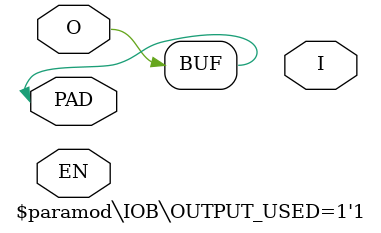
<source format=v>
module LUT #(
	parameter K = 4,
	parameter [2**K-1:0] INIT = 0
) (
	input I0, I1, I2, I3, I4,
	output O
);

endmodule

module DFF #(
	parameter ENABLE_USED = 1'b0,
	parameter RST_USED = 1'b0
) (
	input C, D, CE, RD,
	output reg Q
);
	initial Q = 1'b0;
	always @(posedge C) begin
		if (RST_USED && !RD)
			Q <= 1'b0;
		else if (!ENABLE_USED || (ENABLE_USED && CE))
			Q <= D;
	end
endmodule

module IOB #(
	parameter INPUT_USED = 1'b0,
	parameter OUTPUT_USED = 1'b0,
	parameter ENABLE_USED = 1'b0
) (
	(* iopad_external_pin *) inout PAD,
	input O, EN,
	output I
);
	generate if (OUTPUT_USED && ENABLE_USED)
		assign PAD = EN ? O : 1'bz;
	else if (OUTPUT_USED)
		assign PAD = O;
	endgenerate

	generate if (INPUT_USED)
		assign I = PAD;
	endgenerate
endmodule

module IBUF (
	(* iopad_external_pin *) input I,
	output O
);
	IOB #(
		.INPUT_USED(1'b1)
	) _TECHMAP_REPLACE_ (
		.PAD(PAD),
		.O(),
		.EN(1'b1),
		.I(O)
	);
endmodule

module OBUF (
	(* iopad_external_pin *) output O,
	input I
);
	IOB #(
		.OUTPUT_USED(1'b1)
	) _TECHMAP_REPLACE_ (
		.PAD(PAD),
		.O(I),
		.EN(),
		.I()
	);
endmodule

</source>
